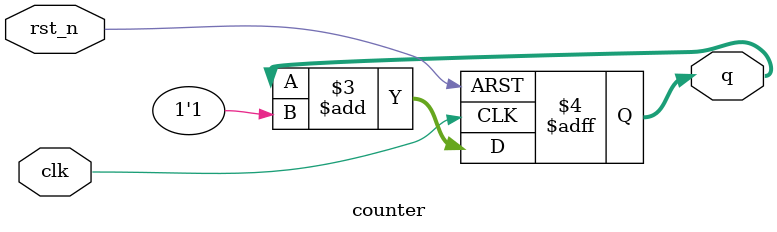
<source format=v>
module counter(
    input wire clk,
    input wire rst_n,
    output reg [3:0] q
);

always@(posedge clk or negedge rst_n) begin
    if (!rst_n)
        q <= 4'b0000;
    else 
        q <= q + 1'b1;
end

endmodule
</source>
